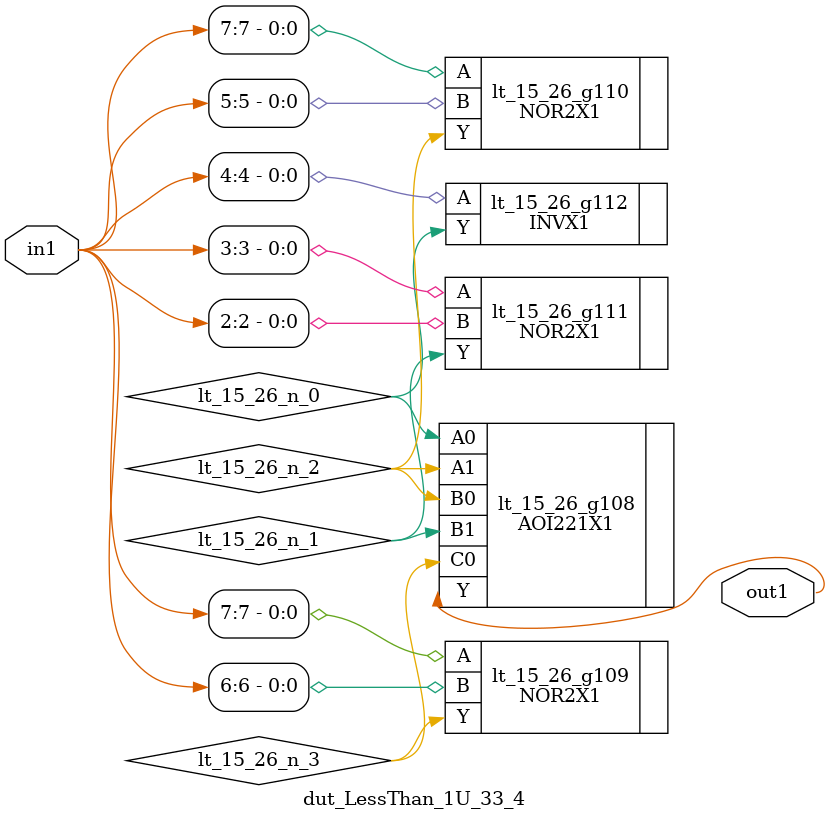
<source format=v>
`timescale 1ps / 1ps


module dut_LessThan_1U_33_4(in1, out1);
  input [7:0] in1;
  output out1;
  wire [7:0] in1;
  wire out1;
  wire lt_15_26_n_0, lt_15_26_n_1, lt_15_26_n_2, lt_15_26_n_3;
  AOI221X1 lt_15_26_g108(.A0 (lt_15_26_n_0), .A1 (lt_15_26_n_2), .B0
       (lt_15_26_n_2), .B1 (lt_15_26_n_1), .C0 (lt_15_26_n_3), .Y
       (out1));
  NOR2X1 lt_15_26_g109(.A (in1[7]), .B (in1[6]), .Y (lt_15_26_n_3));
  NOR2X1 lt_15_26_g110(.A (in1[7]), .B (in1[5]), .Y (lt_15_26_n_2));
  NOR2X1 lt_15_26_g111(.A (in1[3]), .B (in1[2]), .Y (lt_15_26_n_1));
  INVX1 lt_15_26_g112(.A (in1[4]), .Y (lt_15_26_n_0));
endmodule



</source>
